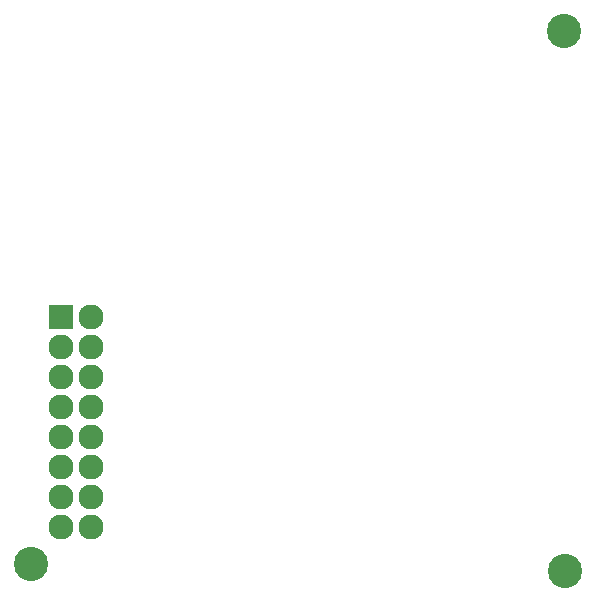
<source format=gbr>
G04 #@! TF.FileFunction,Soldermask,Bot*
%FSLAX46Y46*%
G04 Gerber Fmt 4.6, Leading zero omitted, Abs format (unit mm)*
G04 Created by KiCad (PCBNEW 4.0.4-stable) date 02/17/18 19:56:29*
%MOMM*%
%LPD*%
G01*
G04 APERTURE LIST*
%ADD10C,0.100000*%
%ADD11C,2.900000*%
%ADD12O,2.127200X2.127200*%
%ADD13R,2.127200X2.127200*%
G04 APERTURE END LIST*
D10*
D11*
X172085000Y-64135000D03*
X172180000Y-109790000D03*
D12*
X132050000Y-106080000D03*
X129510000Y-106080000D03*
X132050000Y-103540000D03*
X129510000Y-103540000D03*
X132050000Y-101000000D03*
X129510000Y-101000000D03*
X132050000Y-98460000D03*
X129510000Y-98460000D03*
D13*
X129510000Y-88300000D03*
D12*
X132050000Y-88300000D03*
X129510000Y-90840000D03*
X132050000Y-90840000D03*
X129510000Y-93380000D03*
X132050000Y-93380000D03*
X129510000Y-95920000D03*
X132050000Y-95920000D03*
D11*
X127000000Y-109220000D03*
M02*

</source>
